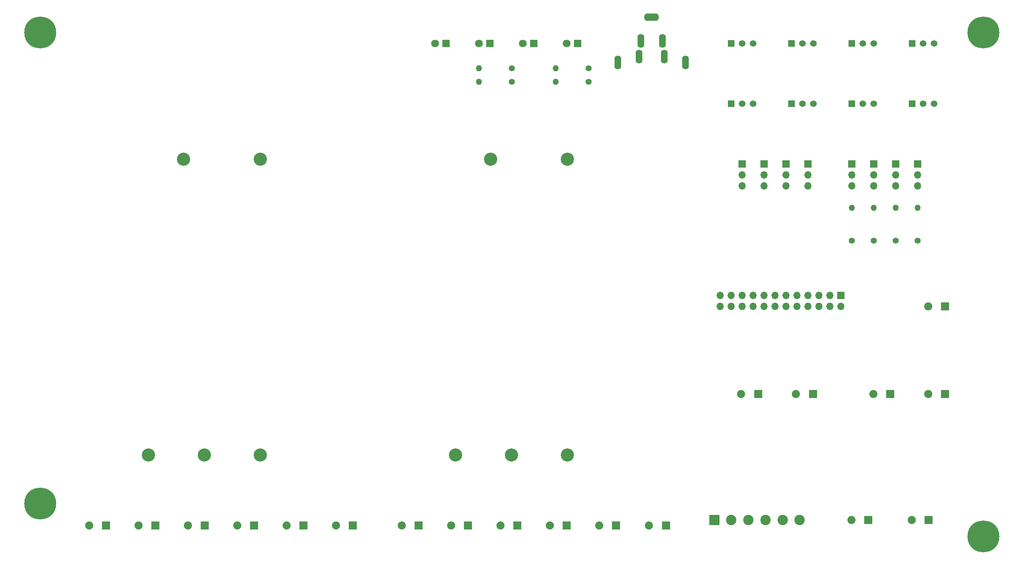
<source format=gbr>
%TF.GenerationSoftware,KiCad,Pcbnew,7.0.10-7.0.10~ubuntu22.04.1*%
%TF.CreationDate,2024-01-16T14:22:29-05:00*%
%TF.ProjectId,power-board,706f7765-722d-4626-9f61-72642e6b6963,rev?*%
%TF.SameCoordinates,Original*%
%TF.FileFunction,Copper,L1,Top*%
%TF.FilePolarity,Positive*%
%FSLAX46Y46*%
G04 Gerber Fmt 4.6, Leading zero omitted, Abs format (unit mm)*
G04 Created by KiCad (PCBNEW 7.0.10-7.0.10~ubuntu22.04.1) date 2024-01-16 14:22:29*
%MOMM*%
%LPD*%
G01*
G04 APERTURE LIST*
G04 Aperture macros list*
%AMRoundRect*
0 Rectangle with rounded corners*
0 $1 Rounding radius*
0 $2 $3 $4 $5 $6 $7 $8 $9 X,Y pos of 4 corners*
0 Add a 4 corners polygon primitive as box body*
4,1,4,$2,$3,$4,$5,$6,$7,$8,$9,$2,$3,0*
0 Add four circle primitives for the rounded corners*
1,1,$1+$1,$2,$3*
1,1,$1+$1,$4,$5*
1,1,$1+$1,$6,$7*
1,1,$1+$1,$8,$9*
0 Add four rect primitives between the rounded corners*
20,1,$1+$1,$2,$3,$4,$5,0*
20,1,$1+$1,$4,$5,$6,$7,0*
20,1,$1+$1,$6,$7,$8,$9,0*
20,1,$1+$1,$8,$9,$2,$3,0*%
G04 Aperture macros list end*
%TA.AperFunction,ComponentPad*%
%ADD10C,1.400000*%
%TD*%
%TA.AperFunction,ComponentPad*%
%ADD11O,1.400000X1.400000*%
%TD*%
%TA.AperFunction,ComponentPad*%
%ADD12C,7.400000*%
%TD*%
%TA.AperFunction,ComponentPad*%
%ADD13R,1.870000X1.870000*%
%TD*%
%TA.AperFunction,ComponentPad*%
%ADD14C,1.870000*%
%TD*%
%TA.AperFunction,ComponentPad*%
%ADD15R,1.524000X1.524000*%
%TD*%
%TA.AperFunction,ComponentPad*%
%ADD16C,1.524000*%
%TD*%
%TA.AperFunction,ComponentPad*%
%ADD17C,3.048000*%
%TD*%
%TA.AperFunction,ComponentPad*%
%ADD18R,1.800000X1.800000*%
%TD*%
%TA.AperFunction,ComponentPad*%
%ADD19C,1.800000*%
%TD*%
%TA.AperFunction,ComponentPad*%
%ADD20R,1.700000X1.700000*%
%TD*%
%TA.AperFunction,ComponentPad*%
%ADD21O,1.700000X1.700000*%
%TD*%
%TA.AperFunction,ComponentPad*%
%ADD22RoundRect,0.250001X-0.949999X-0.949999X0.949999X-0.949999X0.949999X0.949999X-0.949999X0.949999X0*%
%TD*%
%TA.AperFunction,ComponentPad*%
%ADD23C,2.400000*%
%TD*%
%TA.AperFunction,ComponentPad*%
%ADD24O,1.600000X3.200000*%
%TD*%
%TA.AperFunction,ComponentPad*%
%ADD25O,3.500000X1.750000*%
%TD*%
G04 APERTURE END LIST*
D10*
%TO.P,R7,1*%
%TO.N,+5V*%
X223520000Y-71120000D03*
D11*
%TO.P,R7,2*%
%TO.N,/GPIO_IN_2*%
X223520000Y-63500000D03*
%TD*%
D12*
%TO.P,H4,1*%
%TO.N,N/C*%
X243840000Y-139700000D03*
%TD*%
D13*
%TO.P,J25,1,Pin_1*%
%TO.N,+5V*%
X222250000Y-106680000D03*
D14*
%TO.P,J25,2,Pin_2*%
%TO.N,GND*%
X218290000Y-106680000D03*
%TD*%
D10*
%TO.P,R4,1*%
%TO.N,+6V*%
X134620000Y-34290000D03*
D11*
%TO.P,R4,2*%
%TO.N,Net-(D4-A)*%
X127000000Y-34290000D03*
%TD*%
D10*
%TO.P,R3,1*%
%TO.N,+5V*%
X134620000Y-31115000D03*
D11*
%TO.P,R3,2*%
%TO.N,Net-(D3-A)*%
X127000000Y-31115000D03*
%TD*%
D12*
%TO.P,H3,1*%
%TO.N,N/C*%
X25400000Y-132080000D03*
%TD*%
D13*
%TO.P,J1,1,Pin_1*%
%TO.N,+12V*%
X234950000Y-86360000D03*
D14*
%TO.P,J1,2,Pin_2*%
%TO.N,GND*%
X230990000Y-86360000D03*
%TD*%
D13*
%TO.P,J2,1,Pin_1*%
%TO.N,Net-(J2-Pin_1)*%
X217170000Y-135890000D03*
D14*
%TO.P,J2,2,Pin_2*%
%TO.N,+12V*%
X213210000Y-135890000D03*
%TD*%
D13*
%TO.P,J23,1,Pin_1*%
%TO.N,+12V*%
X191620000Y-106680000D03*
D14*
%TO.P,J23,2,Pin_2*%
%TO.N,GND*%
X187660000Y-106680000D03*
%TD*%
D15*
%TO.P,J27,1,Pin_1*%
%TO.N,+5V*%
X185420000Y-39370000D03*
D16*
%TO.P,J27,2,Pin_2*%
%TO.N,Net-(J27-Pin_2)*%
X187960000Y-39370000D03*
%TO.P,J27,3,Pin_3*%
%TO.N,GND*%
X190500000Y-39370000D03*
%TD*%
D15*
%TO.P,J17,1,Pin_1*%
%TO.N,+5V*%
X185420000Y-25376500D03*
D16*
%TO.P,J17,2,Pin_2*%
%TO.N,Net-(J17-Pin_2)*%
X187960000Y-25376500D03*
%TO.P,J17,3,Pin_3*%
%TO.N,GND*%
X190500000Y-25376500D03*
%TD*%
D17*
%TO.P,U2,1,IN+*%
%TO.N,+12V*%
X58547000Y-52197000D03*
%TO.P,U2,2,IN-*%
%TO.N,GND*%
X76327000Y-52197000D03*
%TO.P,U2,3,OUT+*%
%TO.N,unconnected-(U2-OUT+-Pad3)*%
X50419000Y-120777000D03*
%TO.P,U2,4,T/C*%
%TO.N,+6V*%
X63373000Y-120777000D03*
%TO.P,U2,5,OUT-*%
%TO.N,GND*%
X76327000Y-120777000D03*
%TD*%
D10*
%TO.P,R8,1*%
%TO.N,+5V*%
X228600000Y-71120000D03*
D11*
%TO.P,R8,2*%
%TO.N,/GPIO_IN_3*%
X228600000Y-63500000D03*
%TD*%
D15*
%TO.P,J29,1,Pin_1*%
%TO.N,+5V*%
X213360000Y-39370000D03*
D16*
%TO.P,J29,2,Pin_2*%
%TO.N,Net-(J29-Pin_2)*%
X215900000Y-39370000D03*
%TO.P,J29,3,Pin_3*%
%TO.N,GND*%
X218440000Y-39370000D03*
%TD*%
D15*
%TO.P,J18,1,Pin_1*%
%TO.N,+5V*%
X199390000Y-25376500D03*
D16*
%TO.P,J18,2,Pin_2*%
%TO.N,Net-(J18-Pin_2)*%
X201930000Y-25376500D03*
%TO.P,J18,3,Pin_3*%
%TO.N,GND*%
X204470000Y-25376500D03*
%TD*%
D18*
%TO.P,D1,1,K*%
%TO.N,GND*%
X149860000Y-25400000D03*
D19*
%TO.P,D1,2,A*%
%TO.N,Net-(D1-A)*%
X147320000Y-25400000D03*
%TD*%
D13*
%TO.P,J24,1,Pin_1*%
%TO.N,+12V*%
X204320000Y-106680000D03*
D14*
%TO.P,J24,2,Pin_2*%
%TO.N,GND*%
X200360000Y-106680000D03*
%TD*%
D13*
%TO.P,J12,1,Pin_1*%
%TO.N,+5V*%
X124460000Y-137160000D03*
D14*
%TO.P,J12,2,Pin_2*%
%TO.N,GND*%
X120500000Y-137160000D03*
%TD*%
D18*
%TO.P,D2,1,K*%
%TO.N,GND*%
X139700000Y-25400000D03*
D19*
%TO.P,D2,2,A*%
%TO.N,Net-(D2-A)*%
X137160000Y-25400000D03*
%TD*%
D20*
%TO.P,JP1,1,A*%
%TO.N,/GPIO_OUT_0*%
X187960000Y-53340000D03*
D21*
%TO.P,JP1,2,C*%
%TO.N,Net-(J17-Pin_2)*%
X187960000Y-55880000D03*
%TO.P,JP1,3,B*%
%TO.N,/GPIO_IN_0*%
X187960000Y-58420000D03*
%TD*%
D13*
%TO.P,J6,1,Pin_1*%
%TO.N,+5VL*%
X52070000Y-137160000D03*
D14*
%TO.P,J6,2,Pin_2*%
%TO.N,GND*%
X48110000Y-137160000D03*
%TD*%
D20*
%TO.P,JP7,1,A*%
%TO.N,/GPIO_OUT_6*%
X223520000Y-53340000D03*
D21*
%TO.P,JP7,2,C*%
%TO.N,Net-(J29-Pin_2)*%
X223520000Y-55880000D03*
%TO.P,JP7,3,B*%
%TO.N,/GPIO_IN_2*%
X223520000Y-58420000D03*
%TD*%
D17*
%TO.P,U1,1,IN+*%
%TO.N,+12V*%
X129667000Y-52197000D03*
%TO.P,U1,2,IN-*%
%TO.N,GND*%
X147447000Y-52197000D03*
%TO.P,U1,3,OUT+*%
%TO.N,+5V*%
X121539000Y-120777000D03*
%TO.P,U1,4,T/C*%
%TO.N,unconnected-(U1-T{slash}C-Pad4)*%
X134493000Y-120777000D03*
%TO.P,U1,5,OUT-*%
%TO.N,GND*%
X147447000Y-120777000D03*
%TD*%
D20*
%TO.P,JP4,1,A*%
%TO.N,/GPIO_OUT_3*%
X203200000Y-53340000D03*
D21*
%TO.P,JP4,2,C*%
%TO.N,Net-(J20-Pin_2)*%
X203200000Y-55880000D03*
%TO.P,JP4,3,B*%
%TO.N,/GPIO_IN_3*%
X203200000Y-58420000D03*
%TD*%
D13*
%TO.P,J22,1,Pin_1*%
%TO.N,+5V*%
X231140000Y-135890000D03*
D14*
%TO.P,J22,2,Pin_2*%
%TO.N,+5VL*%
X227180000Y-135890000D03*
%TD*%
D13*
%TO.P,J13,1,Pin_1*%
%TO.N,+5V*%
X135890000Y-137160000D03*
D14*
%TO.P,J13,2,Pin_2*%
%TO.N,GND*%
X131930000Y-137160000D03*
%TD*%
D22*
%TO.P,J5,1,Pin_1*%
%TO.N,+12V*%
X181460000Y-135890000D03*
D23*
%TO.P,J5,2,Pin_2*%
X185420000Y-135890000D03*
%TO.P,J5,3,Pin_3*%
X189380000Y-135890000D03*
%TO.P,J5,4,Pin_4*%
%TO.N,GND*%
X193340000Y-135890000D03*
%TO.P,J5,5,Pin_5*%
X197300000Y-135890000D03*
%TO.P,J5,6,Pin_6*%
X201260000Y-135890000D03*
%TD*%
D10*
%TO.P,R5,1*%
%TO.N,+5V*%
X213360000Y-71120000D03*
D11*
%TO.P,R5,2*%
%TO.N,/GPIO_IN_0*%
X213360000Y-63500000D03*
%TD*%
D13*
%TO.P,J4,1,Pin_1*%
%TO.N,+5VL*%
X40640000Y-137160000D03*
D14*
%TO.P,J4,2,Pin_2*%
%TO.N,GND*%
X36680000Y-137160000D03*
%TD*%
D10*
%TO.P,R2,1*%
%TO.N,+12V*%
X152400000Y-34290000D03*
D11*
%TO.P,R2,2*%
%TO.N,Net-(D2-A)*%
X144780000Y-34290000D03*
%TD*%
D20*
%TO.P,J21,1,Pin_1*%
%TO.N,/GPIO_OUT_0*%
X210820000Y-83820000D03*
D21*
%TO.P,J21,2,Pin_2*%
%TO.N,GND*%
X210820000Y-86360000D03*
%TO.P,J21,3,Pin_3*%
%TO.N,/GPIO_OUT_1*%
X208280000Y-83820000D03*
%TO.P,J21,4,Pin_4*%
%TO.N,GND*%
X208280000Y-86360000D03*
%TO.P,J21,5,Pin_5*%
%TO.N,/GPIO_OUT_2*%
X205740000Y-83820000D03*
%TO.P,J21,6,Pin_6*%
%TO.N,GND*%
X205740000Y-86360000D03*
%TO.P,J21,7,Pin_7*%
%TO.N,/GPIO_OUT_3*%
X203200000Y-83820000D03*
%TO.P,J21,8,Pin_8*%
%TO.N,GND*%
X203200000Y-86360000D03*
%TO.P,J21,9,Pin_9*%
%TO.N,/GPIO_OUT_4*%
X200660000Y-83820000D03*
%TO.P,J21,10,Pin_10*%
%TO.N,GND*%
X200660000Y-86360000D03*
%TO.P,J21,11,Pin_11*%
%TO.N,/GPIO_OUT_5*%
X198120000Y-83820000D03*
%TO.P,J21,12,Pin_12*%
%TO.N,GND*%
X198120000Y-86360000D03*
%TO.P,J21,13,Pin_13*%
%TO.N,/GPIO_OUT_6*%
X195580000Y-83820000D03*
%TO.P,J21,14,Pin_14*%
%TO.N,GND*%
X195580000Y-86360000D03*
%TO.P,J21,15,Pin_15*%
%TO.N,/GPIO_OUT_7*%
X193040000Y-83820000D03*
%TO.P,J21,16,Pin_16*%
%TO.N,GND*%
X193040000Y-86360000D03*
%TO.P,J21,17,Pin_17*%
%TO.N,/GPIO_IN_0*%
X190500000Y-83820000D03*
%TO.P,J21,18,Pin_18*%
%TO.N,GND*%
X190500000Y-86360000D03*
%TO.P,J21,19,Pin_19*%
%TO.N,/GPIO_IN_1*%
X187960000Y-83820000D03*
%TO.P,J21,20,Pin_20*%
%TO.N,GND*%
X187960000Y-86360000D03*
%TO.P,J21,21,Pin_21*%
%TO.N,/GPIO_IN_2*%
X185420000Y-83820000D03*
%TO.P,J21,22,Pin_22*%
%TO.N,GND*%
X185420000Y-86360000D03*
%TO.P,J21,23,Pin_23*%
%TO.N,/GPIO_IN_3*%
X182880000Y-83820000D03*
%TO.P,J21,24,Pin_24*%
%TO.N,GND*%
X182880000Y-86360000D03*
%TD*%
D13*
%TO.P,J26,1,Pin_1*%
%TO.N,+5V*%
X234950000Y-106680000D03*
D14*
%TO.P,J26,2,Pin_2*%
%TO.N,GND*%
X230990000Y-106680000D03*
%TD*%
D20*
%TO.P,JP3,1,A*%
%TO.N,/GPIO_OUT_2*%
X198120000Y-53340000D03*
D21*
%TO.P,JP3,2,C*%
%TO.N,Net-(J19-Pin_2)*%
X198120000Y-55880000D03*
%TO.P,JP3,3,B*%
%TO.N,/GPIO_IN_2*%
X198120000Y-58420000D03*
%TD*%
D12*
%TO.P,H2,1*%
%TO.N,N/C*%
X25400000Y-22860000D03*
%TD*%
D15*
%TO.P,J19,1,Pin_1*%
%TO.N,+5V*%
X213360000Y-25376500D03*
D16*
%TO.P,J19,2,Pin_2*%
%TO.N,Net-(J19-Pin_2)*%
X215900000Y-25376500D03*
%TO.P,J19,3,Pin_3*%
%TO.N,GND*%
X218440000Y-25376500D03*
%TD*%
D13*
%TO.P,J10,1,Pin_1*%
%TO.N,+5VL*%
X97790000Y-137160000D03*
D14*
%TO.P,J10,2,Pin_2*%
%TO.N,GND*%
X93830000Y-137160000D03*
%TD*%
D10*
%TO.P,R6,1*%
%TO.N,+5V*%
X218440000Y-71120000D03*
D11*
%TO.P,R6,2*%
%TO.N,/GPIO_IN_1*%
X218440000Y-63500000D03*
%TD*%
D13*
%TO.P,J11,1,Pin_1*%
%TO.N,+5V*%
X113030000Y-137160000D03*
D14*
%TO.P,J11,2,Pin_2*%
%TO.N,GND*%
X109070000Y-137160000D03*
%TD*%
D24*
%TO.P,J3,1*%
%TO.N,Net-(J2-Pin_1)*%
X169865000Y-28415000D03*
%TO.P,J3,2*%
X164065000Y-28415000D03*
%TO.P,J3,3*%
%TO.N,GND*%
X169465000Y-24765000D03*
%TO.P,J3,4*%
X164465000Y-24765000D03*
D25*
%TO.P,J3,S1*%
%TO.N,N/C*%
X166965000Y-19265000D03*
D24*
%TO.P,J3,S2*%
X174765000Y-29765000D03*
%TO.P,J3,S3*%
X159165000Y-29765000D03*
%TD*%
D13*
%TO.P,J8,1,Pin_1*%
%TO.N,+5VL*%
X74930000Y-137160000D03*
D14*
%TO.P,J8,2,Pin_2*%
%TO.N,GND*%
X70970000Y-137160000D03*
%TD*%
D13*
%TO.P,J15,1,Pin_1*%
%TO.N,+5V*%
X158750000Y-137160000D03*
D14*
%TO.P,J15,2,Pin_2*%
%TO.N,GND*%
X154790000Y-137160000D03*
%TD*%
D20*
%TO.P,JP5,1,A*%
%TO.N,/GPIO_OUT_4*%
X213360000Y-53340000D03*
D21*
%TO.P,JP5,2,C*%
%TO.N,Net-(J27-Pin_2)*%
X213360000Y-55880000D03*
%TO.P,JP5,3,B*%
%TO.N,/GPIO_IN_0*%
X213360000Y-58420000D03*
%TD*%
D13*
%TO.P,J9,1,Pin_1*%
%TO.N,+5VL*%
X86360000Y-137160000D03*
D14*
%TO.P,J9,2,Pin_2*%
%TO.N,GND*%
X82400000Y-137160000D03*
%TD*%
D18*
%TO.P,D3,1,K*%
%TO.N,GND*%
X129540000Y-25400000D03*
D19*
%TO.P,D3,2,A*%
%TO.N,Net-(D3-A)*%
X127000000Y-25400000D03*
%TD*%
D13*
%TO.P,J16,1,Pin_1*%
%TO.N,+5V*%
X170330000Y-137160000D03*
D14*
%TO.P,J16,2,Pin_2*%
%TO.N,GND*%
X166370000Y-137160000D03*
%TD*%
D20*
%TO.P,JP2,1,A*%
%TO.N,/GPIO_OUT_1*%
X193040000Y-53340000D03*
D21*
%TO.P,JP2,2,C*%
%TO.N,Net-(J18-Pin_2)*%
X193040000Y-55880000D03*
%TO.P,JP2,3,B*%
%TO.N,/GPIO_IN_1*%
X193040000Y-58420000D03*
%TD*%
D12*
%TO.P,H1,1*%
%TO.N,N/C*%
X243840000Y-22860000D03*
%TD*%
D18*
%TO.P,D4,1,K*%
%TO.N,GND*%
X119380000Y-25400000D03*
D19*
%TO.P,D4,2,A*%
%TO.N,Net-(D4-A)*%
X116840000Y-25400000D03*
%TD*%
D15*
%TO.P,J20,1,Pin_1*%
%TO.N,+5V*%
X227330000Y-25376500D03*
D16*
%TO.P,J20,2,Pin_2*%
%TO.N,Net-(J20-Pin_2)*%
X229870000Y-25376500D03*
%TO.P,J20,3,Pin_3*%
%TO.N,GND*%
X232410000Y-25376500D03*
%TD*%
D20*
%TO.P,JP8,1,A*%
%TO.N,/GPIO_OUT_7*%
X228600000Y-53340000D03*
D21*
%TO.P,JP8,2,C*%
%TO.N,Net-(J30-Pin_2)*%
X228600000Y-55880000D03*
%TO.P,JP8,3,B*%
%TO.N,/GPIO_IN_3*%
X228600000Y-58420000D03*
%TD*%
D15*
%TO.P,J30,1,Pin_1*%
%TO.N,+5V*%
X227330000Y-39370000D03*
D16*
%TO.P,J30,2,Pin_2*%
%TO.N,Net-(J30-Pin_2)*%
X229870000Y-39370000D03*
%TO.P,J30,3,Pin_3*%
%TO.N,GND*%
X232410000Y-39370000D03*
%TD*%
D20*
%TO.P,JP6,1,A*%
%TO.N,/GPIO_OUT_5*%
X218440000Y-53340000D03*
D21*
%TO.P,JP6,2,C*%
%TO.N,Net-(J28-Pin_2)*%
X218440000Y-55880000D03*
%TO.P,JP6,3,B*%
%TO.N,/GPIO_IN_1*%
X218440000Y-58420000D03*
%TD*%
D10*
%TO.P,R1,1*%
%TO.N,Net-(J2-Pin_1)*%
X152400000Y-31115000D03*
D11*
%TO.P,R1,2*%
%TO.N,Net-(D1-A)*%
X144780000Y-31115000D03*
%TD*%
D13*
%TO.P,J14,1,Pin_1*%
%TO.N,+5V*%
X147320000Y-137160000D03*
D14*
%TO.P,J14,2,Pin_2*%
%TO.N,GND*%
X143360000Y-137160000D03*
%TD*%
D15*
%TO.P,J28,1,Pin_1*%
%TO.N,+5V*%
X199390000Y-39370000D03*
D16*
%TO.P,J28,2,Pin_2*%
%TO.N,Net-(J28-Pin_2)*%
X201930000Y-39370000D03*
%TO.P,J28,3,Pin_3*%
%TO.N,GND*%
X204470000Y-39370000D03*
%TD*%
D13*
%TO.P,J7,1,Pin_1*%
%TO.N,+5VL*%
X63500000Y-137160000D03*
D14*
%TO.P,J7,2,Pin_2*%
%TO.N,GND*%
X59540000Y-137160000D03*
%TD*%
M02*

</source>
